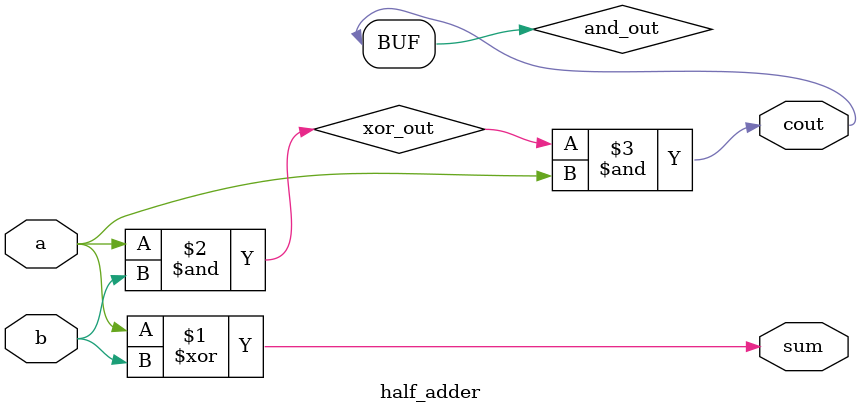
<source format=v>
module half_adder( 
input a, b,
output cout, sum );

// internal wires
wire xor_out;
wire and_out;

// compute sum
xor xor_1(sum, a, b);

// compute carry-out
and and_1(xor_out, a, b);
and and_2(and_out, xor_out, a);
or or_1(cout, and_out, and_out);

endmodule

</source>
